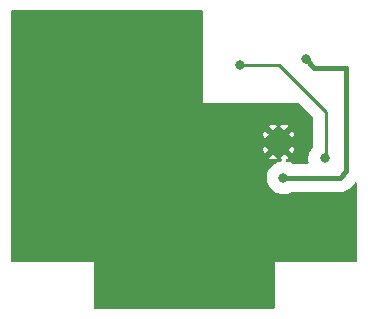
<source format=gbl>
G04 #@! TF.GenerationSoftware,KiCad,Pcbnew,9.0.4*
G04 #@! TF.CreationDate,2025-08-28T22:57:06-04:00*
G04 #@! TF.ProjectId,PowerSupply,506f7765-7253-4757-9070-6c792e6b6963,rev?*
G04 #@! TF.SameCoordinates,Original*
G04 #@! TF.FileFunction,Copper,L2,Bot*
G04 #@! TF.FilePolarity,Positive*
%FSLAX46Y46*%
G04 Gerber Fmt 4.6, Leading zero omitted, Abs format (unit mm)*
G04 Created by KiCad (PCBNEW 9.0.4) date 2025-08-28 22:57:06*
%MOMM*%
%LPD*%
G01*
G04 APERTURE LIST*
G04 #@! TA.AperFunction,HeatsinkPad*
%ADD10C,0.600000*%
G04 #@! TD*
G04 #@! TA.AperFunction,HeatsinkPad*
%ADD11R,1.570000X1.890000*%
G04 #@! TD*
G04 #@! TA.AperFunction,ViaPad*
%ADD12C,0.800000*%
G04 #@! TD*
G04 #@! TA.AperFunction,Conductor*
%ADD13C,0.250000*%
G04 #@! TD*
G04 #@! TA.AperFunction,Conductor*
%ADD14C,0.400000*%
G04 #@! TD*
G04 APERTURE END LIST*
D10*
X102515000Y-81855000D03*
X102515000Y-83145000D03*
D11*
X103000000Y-82500000D03*
D10*
X103485000Y-81855000D03*
X103485000Y-83145000D03*
D12*
X93660000Y-86990000D03*
X95500000Y-88160000D03*
X97130000Y-88160000D03*
X97130000Y-86990000D03*
X93660000Y-88160000D03*
X95500000Y-86990000D03*
X106900000Y-83900000D03*
X99704667Y-75953334D03*
X105300000Y-75500000D03*
X103400000Y-85530000D03*
D13*
X107050000Y-79950000D02*
X103053334Y-75953334D01*
X107050000Y-79950000D02*
X107050000Y-83750000D01*
X99682000Y-75976001D02*
X99704667Y-75953334D01*
X106900000Y-83900000D02*
X106870000Y-83870000D01*
X99682000Y-75982000D02*
X99682000Y-75976001D01*
X103053334Y-75953334D02*
X99704667Y-75953334D01*
X107050000Y-83750000D02*
X106900000Y-83900000D01*
D14*
X106000000Y-76200000D02*
X105300000Y-75500000D01*
X108700000Y-85000000D02*
X108700000Y-76200000D01*
X108170000Y-85530000D02*
X108700000Y-85000000D01*
X108700000Y-76200000D02*
X106000000Y-76200000D01*
X103400000Y-85530000D02*
X108170000Y-85530000D01*
G04 #@! TA.AperFunction,Conductor*
G36*
X96513039Y-71369685D02*
G01*
X96558794Y-71422489D01*
X96570000Y-71474000D01*
X96570000Y-79220000D01*
X104676941Y-79220000D01*
X104743980Y-79239685D01*
X104764622Y-79256319D01*
X105888181Y-80379878D01*
X105921666Y-80441201D01*
X105924500Y-80467559D01*
X105924500Y-82843531D01*
X105904815Y-82910570D01*
X105888181Y-82931212D01*
X105831756Y-82987636D01*
X105831752Y-82987641D01*
X105702187Y-83165974D01*
X105602104Y-83362393D01*
X105602103Y-83362396D01*
X105533985Y-83572047D01*
X105533985Y-83572049D01*
X105499500Y-83789778D01*
X105499500Y-84010222D01*
X105520547Y-84143110D01*
X105527357Y-84186102D01*
X105518402Y-84255395D01*
X105473406Y-84308847D01*
X105406655Y-84329487D01*
X105404884Y-84329500D01*
X104158523Y-84329500D01*
X104102228Y-84315985D01*
X103937606Y-84232104D01*
X103937603Y-84232103D01*
X103727951Y-84163984D01*
X103709497Y-84161062D01*
X103646362Y-84131133D01*
X103609430Y-84071822D01*
X103610428Y-84001959D01*
X103649037Y-83943727D01*
X103704704Y-83916971D01*
X103718349Y-83914256D01*
X103847293Y-83860845D01*
X103485001Y-83498553D01*
X103147378Y-83836173D01*
X103259780Y-83922144D01*
X103271224Y-83937765D01*
X103286304Y-83949918D01*
X103291446Y-83965369D01*
X103301071Y-83978507D01*
X103302252Y-83997837D01*
X103308368Y-84016212D01*
X103304340Y-84031991D01*
X103305334Y-84048247D01*
X103295877Y-84065147D01*
X103291088Y-84083911D01*
X103279169Y-84095007D01*
X103271217Y-84109220D01*
X103254124Y-84118325D01*
X103239951Y-84131521D01*
X103213284Y-84140080D01*
X103209551Y-84142069D01*
X103207589Y-84141908D01*
X103203845Y-84143110D01*
X103072047Y-84163985D01*
X102862396Y-84232103D01*
X102862393Y-84232104D01*
X102665974Y-84332187D01*
X102487641Y-84461752D01*
X102487636Y-84461756D01*
X102331756Y-84617636D01*
X102331752Y-84617641D01*
X102202187Y-84795974D01*
X102102104Y-84992393D01*
X102102103Y-84992396D01*
X102033985Y-85202047D01*
X101999500Y-85419778D01*
X101999500Y-85640221D01*
X102033985Y-85857952D01*
X102102103Y-86067603D01*
X102102104Y-86067606D01*
X102202187Y-86264025D01*
X102331752Y-86442358D01*
X102331756Y-86442363D01*
X102487636Y-86598243D01*
X102487641Y-86598247D01*
X102643192Y-86711260D01*
X102665978Y-86727815D01*
X102794375Y-86793237D01*
X102862393Y-86827895D01*
X102862396Y-86827896D01*
X102967221Y-86861955D01*
X103072049Y-86896015D01*
X103289778Y-86930500D01*
X103289779Y-86930500D01*
X103510221Y-86930500D01*
X103510222Y-86930500D01*
X103727951Y-86896015D01*
X103937606Y-86827895D01*
X104102228Y-86744015D01*
X104158523Y-86730500D01*
X108264486Y-86730500D01*
X108451118Y-86700940D01*
X108630832Y-86642547D01*
X108799199Y-86556760D01*
X108952074Y-86445690D01*
X109438319Y-85959445D01*
X109499642Y-85925960D01*
X109569334Y-85930944D01*
X109625267Y-85972816D01*
X109649684Y-86038280D01*
X109650000Y-86047126D01*
X109650000Y-92526000D01*
X109630315Y-92593039D01*
X109577511Y-92638794D01*
X109526000Y-92650000D01*
X102650000Y-92650000D01*
X102650000Y-96526000D01*
X102630315Y-96593039D01*
X102577511Y-96638794D01*
X102526000Y-96650000D01*
X87474000Y-96650000D01*
X87406961Y-96630315D01*
X87361206Y-96577511D01*
X87350000Y-96526000D01*
X87350000Y-92650000D01*
X80474000Y-92650000D01*
X80406961Y-92630315D01*
X80361206Y-92577511D01*
X80350000Y-92526000D01*
X80350000Y-83860845D01*
X102152706Y-83860845D01*
X102281652Y-83914257D01*
X102281656Y-83914258D01*
X102436202Y-83944999D01*
X102436206Y-83945000D01*
X102593794Y-83945000D01*
X102593797Y-83944999D01*
X102748343Y-83914258D01*
X102748347Y-83914257D01*
X102877292Y-83860845D01*
X102877292Y-83860844D01*
X102515001Y-83498553D01*
X102515000Y-83498553D01*
X102152706Y-83860845D01*
X80350000Y-83860845D01*
X80350000Y-83066202D01*
X101715000Y-83066202D01*
X101715000Y-83223797D01*
X101745741Y-83378343D01*
X101745743Y-83378351D01*
X101799153Y-83507293D01*
X102161446Y-83145001D01*
X102161446Y-83144999D01*
X102131610Y-83115163D01*
X102365000Y-83115163D01*
X102365000Y-83174837D01*
X102387836Y-83229968D01*
X102430032Y-83272164D01*
X102485163Y-83295000D01*
X102544837Y-83295000D01*
X102599968Y-83272164D01*
X102642164Y-83229968D01*
X102665000Y-83174837D01*
X102665000Y-83144999D01*
X102868553Y-83144999D01*
X103000000Y-83276446D01*
X103131446Y-83145001D01*
X103131446Y-83145000D01*
X103101609Y-83115163D01*
X103335000Y-83115163D01*
X103335000Y-83174837D01*
X103357836Y-83229968D01*
X103400032Y-83272164D01*
X103455163Y-83295000D01*
X103514837Y-83295000D01*
X103569968Y-83272164D01*
X103612164Y-83229968D01*
X103635000Y-83174837D01*
X103635000Y-83144999D01*
X103838553Y-83144999D01*
X103838553Y-83145001D01*
X104200845Y-83507293D01*
X104254257Y-83378347D01*
X104254258Y-83378343D01*
X104284999Y-83223797D01*
X104285000Y-83223794D01*
X104285000Y-83066206D01*
X104284999Y-83066202D01*
X104254258Y-82911656D01*
X104254257Y-82911652D01*
X104200845Y-82782706D01*
X103838553Y-83144999D01*
X103635000Y-83144999D01*
X103635000Y-83115163D01*
X103612164Y-83060032D01*
X103569968Y-83017836D01*
X103514837Y-82995000D01*
X103455163Y-82995000D01*
X103400032Y-83017836D01*
X103357836Y-83060032D01*
X103335000Y-83115163D01*
X103101609Y-83115163D01*
X103000000Y-83013553D01*
X102868553Y-83144999D01*
X102665000Y-83144999D01*
X102665000Y-83115163D01*
X102642164Y-83060032D01*
X102599968Y-83017836D01*
X102544837Y-82995000D01*
X102485163Y-82995000D01*
X102430032Y-83017836D01*
X102387836Y-83060032D01*
X102365000Y-83115163D01*
X102131610Y-83115163D01*
X101799153Y-82782705D01*
X101745743Y-82911648D01*
X101745741Y-82911656D01*
X101715000Y-83066202D01*
X80350000Y-83066202D01*
X80350000Y-82500000D01*
X102223553Y-82500000D01*
X102515000Y-82791446D01*
X102515001Y-82791446D01*
X102806446Y-82500001D01*
X102806446Y-82500000D01*
X103193553Y-82500000D01*
X103485000Y-82791446D01*
X103485001Y-82791446D01*
X103776446Y-82500001D01*
X103776446Y-82499999D01*
X103485001Y-82208553D01*
X103485000Y-82208553D01*
X103193553Y-82500000D01*
X102806446Y-82500000D01*
X102806446Y-82499999D01*
X102515001Y-82208553D01*
X102515000Y-82208553D01*
X102223553Y-82500000D01*
X80350000Y-82500000D01*
X80350000Y-81776202D01*
X101715000Y-81776202D01*
X101715000Y-81933797D01*
X101745741Y-82088343D01*
X101745743Y-82088351D01*
X101799153Y-82217293D01*
X102161446Y-81855001D01*
X102161446Y-81854999D01*
X102131610Y-81825163D01*
X102365000Y-81825163D01*
X102365000Y-81884837D01*
X102387836Y-81939968D01*
X102430032Y-81982164D01*
X102485163Y-82005000D01*
X102544837Y-82005000D01*
X102599968Y-81982164D01*
X102642164Y-81939968D01*
X102665000Y-81884837D01*
X102665000Y-81854999D01*
X102868553Y-81854999D01*
X103000000Y-81986446D01*
X103131446Y-81855001D01*
X103131446Y-81855000D01*
X103101609Y-81825163D01*
X103335000Y-81825163D01*
X103335000Y-81884837D01*
X103357836Y-81939968D01*
X103400032Y-81982164D01*
X103455163Y-82005000D01*
X103514837Y-82005000D01*
X103569968Y-81982164D01*
X103612164Y-81939968D01*
X103635000Y-81884837D01*
X103635000Y-81854999D01*
X103838553Y-81854999D01*
X103838553Y-81855001D01*
X104200845Y-82217293D01*
X104254257Y-82088347D01*
X104254258Y-82088343D01*
X104284999Y-81933797D01*
X104285000Y-81933794D01*
X104285000Y-81776206D01*
X104284999Y-81776202D01*
X104254258Y-81621656D01*
X104254257Y-81621652D01*
X104200845Y-81492706D01*
X103838553Y-81854999D01*
X103635000Y-81854999D01*
X103635000Y-81825163D01*
X103612164Y-81770032D01*
X103569968Y-81727836D01*
X103514837Y-81705000D01*
X103455163Y-81705000D01*
X103400032Y-81727836D01*
X103357836Y-81770032D01*
X103335000Y-81825163D01*
X103101609Y-81825163D01*
X103000000Y-81723553D01*
X102868553Y-81854999D01*
X102665000Y-81854999D01*
X102665000Y-81825163D01*
X102642164Y-81770032D01*
X102599968Y-81727836D01*
X102544837Y-81705000D01*
X102485163Y-81705000D01*
X102430032Y-81727836D01*
X102387836Y-81770032D01*
X102365000Y-81825163D01*
X102131610Y-81825163D01*
X101799153Y-81492705D01*
X101745743Y-81621648D01*
X101745741Y-81621656D01*
X101715000Y-81776202D01*
X80350000Y-81776202D01*
X80350000Y-81139153D01*
X102152705Y-81139153D01*
X102515000Y-81501446D01*
X102515001Y-81501446D01*
X102877292Y-81139153D01*
X103122705Y-81139153D01*
X103485000Y-81501446D01*
X103485001Y-81501446D01*
X103847293Y-81139153D01*
X103718351Y-81085743D01*
X103718343Y-81085741D01*
X103563797Y-81055000D01*
X103406202Y-81055000D01*
X103251656Y-81085741D01*
X103251648Y-81085743D01*
X103122705Y-81139153D01*
X102877292Y-81139153D01*
X102877293Y-81139152D01*
X102748351Y-81085743D01*
X102748343Y-81085741D01*
X102593797Y-81055000D01*
X102436202Y-81055000D01*
X102281656Y-81085741D01*
X102281648Y-81085743D01*
X102152705Y-81139153D01*
X80350000Y-81139153D01*
X80350000Y-71474000D01*
X80369685Y-71406961D01*
X80422489Y-71361206D01*
X80474000Y-71350000D01*
X96446000Y-71350000D01*
X96513039Y-71369685D01*
G37*
G04 #@! TD.AperFunction*
M02*

</source>
